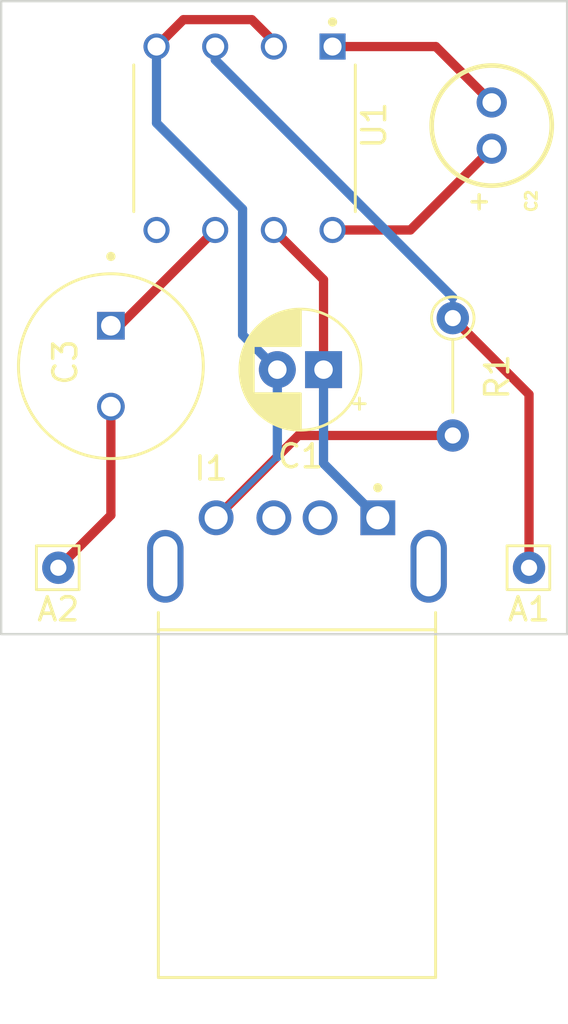
<source format=kicad_pcb>
(kicad_pcb (version 20221018) (generator pcbnew)
  (layers (0 "F.Cu" signal) (31 "B.Cu" signal) (34 "B.Paste" user) (35 "F.Paste" user) (36 "B.SilkS" user "B.Silkscreen") (37 "F.SilkS" user "F.Silkscreen") (38 "B.Mask" user) (39 "F.Mask" user) (44 "Edge.Cuts" user))
  (net 0 "")
  (net 1 "Net-(A1-Pin_1)")
  (net 2 "Net-(A2-Pin_1)")
  (net 3 "Net-(I1-VCC)")
  (net 4 "Net-(I1-GND)")
  (net 5 "Net-(C2-Pad1)")
  (net 6 "Net-(C2-Pad2)")
  (net 7 "Net-(C3-PadP)")
  (footprint "Connector_Pin:Pin_D0.7mm_L6.5mm_W1.8mm_FlatFork" (layer "F.Cu") (at 139.475 128.45)
    (fp_text reference "A2" (at 0 1.8) (layer "F.SilkS"))
    (fp_text value "Conn_01x01_Pin" hide)
    (fp_line (start -0.95 -0.95) (end -0.95 0.95) (stroke (width 0.12)) (layer "F.SilkS"))
    (fp_line (start -0.95 0.95) (end 0.9 0.95) (stroke (width 0.12)) (layer "F.SilkS"))
    (fp_line (start 0.9 -0.95) (end -0.95 -0.95) (stroke (width 0.12)) (layer "F.SilkS"))
    (fp_line (start 0.9 -0.9) (end 0.9 -0.95) (stroke (width 0.12)) (layer "F.SilkS"))
    (fp_line (start 0.9 0.95) (end 0.9 -0.9) (stroke (width 0.12)) (layer "F.SilkS"))
    (pad "1" thru_hole circle (at 0 0) (size 1.4 1.4) (drill 0.7) (layers "*.Cu" "*.Mask") (net 2 "Net-(A2-Pin_1)"))
  )
  (footprint "Connector_Pin:Pin_D0.7mm_L6.5mm_W1.8mm_FlatFork" (layer "F.Cu") (at 159.85 128.45)
    (fp_text reference "A1" (at 0 1.8) (layer "F.SilkS"))
    (fp_text value "Conn_01x01_Pin" hide)
    (fp_line (start -0.95 -0.95) (end -0.95 0.95) (stroke (width 0.12)) (layer "F.SilkS"))
    (fp_line (start -0.95 0.95) (end 0.9 0.95) (stroke (width 0.12)) (layer "F.SilkS"))
    (fp_line (start 0.9 -0.95) (end -0.95 -0.95) (stroke (width 0.12)) (layer "F.SilkS"))
    (fp_line (start 0.9 -0.9) (end 0.9 -0.95) (stroke (width 0.12)) (layer "F.SilkS"))
    (fp_line (start 0.9 0.95) (end 0.9 -0.9) (stroke (width 0.12)) (layer "F.SilkS"))
    (pad "1" thru_hole circle (at 0 0) (size 1.4 1.4) (drill 0.7) (layers "*.Cu" "*.Mask") (net 1 "Net-(A1-Pin_1)"))
  )
  (footprint "Capacitor_THT:CP_Radial_D5.0mm_P2.00mm" (layer "F.Cu") (at 150.955113 119.875 180)
    (fp_text reference "C1" (at 1 -3.75) (layer "F.SilkS"))
    (fp_text value "2200uF")
    (fp_line (start -1.804775 -1.475) (end -1.304775 -1.475) (stroke (width 0.12)) (layer "F.SilkS"))
    (fp_line (start -1.554775 -1.725) (end -1.554775 -1.225) (stroke (width 0.12)) (layer "F.SilkS"))
    (fp_line (start 1 -2.58) (end 1 -1.04) (stroke (width 0.12)) (layer "F.SilkS"))
    (fp_line (start 1 1.04) (end 1 2.58) (stroke (width 0.12)) (layer "F.SilkS"))
    (fp_line (start 1.04 -2.58) (end 1.04 -1.04) (stroke (width 0.12)) (layer "F.SilkS"))
    (fp_line (start 1.04 1.04) (end 1.04 2.58) (stroke (width 0.12)) (layer "F.SilkS"))
    (fp_line (start 1.08 -2.579) (end 1.08 -1.04) (stroke (width 0.12)) (layer "F.SilkS"))
    (fp_line (start 1.08 1.04) (end 1.08 2.579) (stroke (width 0.12)) (layer "F.SilkS"))
    (fp_line (start 1.12 -2.578) (end 1.12 -1.04) (stroke (width 0.12)) (layer "F.SilkS"))
    (fp_line (start 1.12 1.04) (end 1.12 2.578) (stroke (width 0.12)) (layer "F.SilkS"))
    (fp_line (start 1.16 -2.576) (end 1.16 -1.04) (stroke (width 0.12)) (layer "F.SilkS"))
    (fp_line (start 1.16 1.04) (end 1.16 2.576) (stroke (width 0.12)) (layer "F.SilkS"))
    (fp_line (start 1.2 -2.573) (end 1.2 -1.04) (stroke (width 0.12)) (layer "F.SilkS"))
    (fp_line (start 1.2 1.04) (end 1.2 2.573) (stroke (width 0.12)) (layer "F.SilkS"))
    (fp_line (start 1.24 -2.569) (end 1.24 -1.04) (stroke (width 0.12)) (layer "F.SilkS"))
    (fp_line (start 1.24 1.04) (end 1.24 2.569) (stroke (width 0.12)) (layer "F.SilkS"))
    (fp_line (start 1.28 -2.565) (end 1.28 -1.04) (stroke (width 0.12)) (layer "F.SilkS"))
    (fp_line (start 1.28 1.04) (end 1.28 2.565) (stroke (width 0.12)) (layer "F.SilkS"))
    (fp_line (start 1.32 -2.561) (end 1.32 -1.04) (stroke (width 0.12)) (layer "F.SilkS"))
    (fp_line (start 1.32 1.04) (end 1.32 2.561) (stroke (width 0.12)) (layer "F.SilkS"))
    (fp_line (start 1.36 -2.556) (end 1.36 -1.04) (stroke (width 0.12)) (layer "F.SilkS"))
    (fp_line (start 1.36 1.04) (end 1.36 2.556) (stroke (width 0.12)) (layer "F.SilkS"))
    (fp_line (start 1.4 -2.55) (end 1.4 -1.04) (stroke (width 0.12)) (layer "F.SilkS"))
    (fp_line (start 1.4 1.04) (end 1.4 2.55) (stroke (width 0.12)) (layer "F.SilkS"))
    (fp_line (start 1.44 -2.543) (end 1.44 -1.04) (stroke (width 0.12)) (layer "F.SilkS"))
    (fp_line (start 1.44 1.04) (end 1.44 2.543) (stroke (width 0.12)) (layer "F.SilkS"))
    (fp_line (start 1.48 -2.536) (end 1.48 -1.04) (stroke (width 0.12)) (layer "F.SilkS"))
    (fp_line (start 1.48 1.04) (end 1.48 2.536) (stroke (width 0.12)) (layer "F.SilkS"))
    (fp_line (start 1.52 -2.528) (end 1.52 -1.04) (stroke (width 0.12)) (layer "F.SilkS"))
    (fp_line (start 1.52 1.04) (end 1.52 2.528) (stroke (width 0.12)) (layer "F.SilkS"))
    (fp_line (start 1.56 -2.52) (end 1.56 -1.04) (stroke (width 0.12)) (layer "F.SilkS"))
    (fp_line (start 1.56 1.04) (end 1.56 2.52) (stroke (width 0.12)) (layer "F.SilkS"))
    (fp_line (start 1.6 -2.511) (end 1.6 -1.04) (stroke (width 0.12)) (layer "F.SilkS"))
    (fp_line (start 1.6 1.04) (end 1.6 2.511) (stroke (width 0.12)) (layer "F.SilkS"))
    (fp_line (start 1.64 -2.501) (end 1.64 -1.04) (stroke (width 0.12)) (layer "F.SilkS"))
    (fp_line (start 1.64 1.04) (end 1.64 2.501) (stroke (width 0.12)) (layer "F.SilkS"))
    (fp_line (start 1.68 -2.491) (end 1.68 -1.04) (stroke (width 0.12)) (layer "F.SilkS"))
    (fp_line (start 1.68 1.04) (end 1.68 2.491) (stroke (width 0.12)) (layer "F.SilkS"))
    (fp_line (start 1.721 -2.48) (end 1.721 -1.04) (stroke (width 0.12)) (layer "F.SilkS"))
    (fp_line (start 1.721 1.04) (end 1.721 2.48) (stroke (width 0.12)) (layer "F.SilkS"))
    (fp_line (start 1.761 -2.468) (end 1.761 -1.04) (stroke (width 0.12)) (layer "F.SilkS"))
    (fp_line (start 1.761 1.04) (end 1.761 2.468) (stroke (width 0.12)) (layer "F.SilkS"))
    (fp_line (start 1.801 -2.455) (end 1.801 -1.04) (stroke (width 0.12)) (layer "F.SilkS"))
    (fp_line (start 1.801 1.04) (end 1.801 2.455) (stroke (width 0.12)) (layer "F.SilkS"))
    (fp_line (start 1.841 -2.442) (end 1.841 -1.04) (stroke (width 0.12)) (layer "F.SilkS"))
    (fp_line (start 1.841 1.04) (end 1.841 2.442) (stroke (width 0.12)) (layer "F.SilkS"))
    (fp_line (start 1.881 -2.428) (end 1.881 -1.04) (stroke (width 0.12)) (layer "F.SilkS"))
    (fp_line (start 1.881 1.04) (end 1.881 2.428) (stroke (width 0.12)) (layer "F.SilkS"))
    (fp_line (start 1.921 -2.414) (end 1.921 -1.04) (stroke (width 0.12)) (layer "F.SilkS"))
    (fp_line (start 1.921 1.04) (end 1.921 2.414) (stroke (width 0.12)) (layer "F.SilkS"))
    (fp_line (start 1.961 -2.398) (end 1.961 -1.04) (stroke (width 0.12)) (layer "F.SilkS"))
    (fp_line (start 1.961 1.04) (end 1.961 2.398) (stroke (width 0.12)) (layer "F.SilkS"))
    (fp_line (start 2.001 -2.382) (end 2.001 -1.04) (stroke (width 0.12)) (layer "F.SilkS"))
    (fp_line (start 2.001 1.04) (end 2.001 2.382) (stroke (width 0.12)) (layer "F.SilkS"))
    (fp_line (start 2.041 -2.365) (end 2.041 -1.04) (stroke (width 0.12)) (layer "F.SilkS"))
    (fp_line (start 2.041 1.04) (end 2.041 2.365) (stroke (width 0.12)) (layer "F.SilkS"))
    (fp_line (start 2.081 -2.348) (end 2.081 -1.04) (stroke (width 0.12)) (layer "F.SilkS"))
    (fp_line (start 2.081 1.04) (end 2.081 2.348) (stroke (width 0.12)) (layer "F.SilkS"))
    (fp_line (start 2.121 -2.329) (end 2.121 -1.04) (stroke (width 0.12)) (layer "F.SilkS"))
    (fp_line (start 2.121 1.04) (end 2.121 2.329) (stroke (width 0.12)) (layer "F.SilkS"))
    (fp_line (start 2.161 -2.31) (end 2.161 -1.04) (stroke (width 0.12)) (layer "F.SilkS"))
    (fp_line (start 2.161 1.04) (end 2.161 2.31) (stroke (width 0.12)) (layer "F.SilkS"))
    (fp_line (start 2.201 -2.29) (end 2.201 -1.04) (stroke (width 0.12)) (layer "F.SilkS"))
    (fp_line (start 2.201 1.04) (end 2.201 2.29) (stroke (width 0.12)) (layer "F.SilkS"))
    (fp_line (start 2.241 -2.268) (end 2.241 -1.04) (stroke (width 0.12)) (layer "F.SilkS"))
    (fp_line (start 2.241 1.04) (end 2.241 2.268) (stroke (width 0.12)) (layer "F.SilkS"))
    (fp_line (start 2.281 -2.247) (end 2.281 -1.04) (stroke (width 0.12)) (layer "F.SilkS"))
    (fp_line (start 2.281 1.04) (end 2.281 2.247) (stroke (width 0.12)) (layer "F.SilkS"))
    (fp_line (start 2.321 -2.224) (end 2.321 -1.04) (stroke (width 0.12)) (layer "F.SilkS"))
    (fp_line (start 2.321 1.04) (end 2.321 2.224) (stroke (width 0.12)) (layer "F.SilkS"))
    (fp_line (start 2.361 -2.2) (end 2.361 -1.04) (stroke (width 0.12)) (layer "F.SilkS"))
    (fp_line (start 2.361 1.04) (end 2.361 2.2) (stroke (width 0.12)) (layer "F.SilkS"))
    (fp_line (start 2.401 -2.175) (end 2.401 -1.04) (stroke (width 0.12)) (layer "F.SilkS"))
    (fp_line (start 2.401 1.04) (end 2.401 2.175) (stroke (width 0.12)) (layer "F.SilkS"))
    (fp_line (start 2.441 -2.149) (end 2.441 -1.04) (stroke (width 0.12)) (layer "F.SilkS"))
    (fp_line (start 2.441 1.04) (end 2.441 2.149) (stroke (width 0.12)) (layer "F.SilkS"))
    (fp_line (start 2.481 -2.122) (end 2.481 -1.04) (stroke (width 0.12)) (layer "F.SilkS"))
    (fp_line (start 2.481 1.04) (end 2.481 2.122) (stroke (width 0.12)) (layer "F.SilkS"))
    (fp_line (start 2.521 -2.095) (end 2.521 -1.04) (stroke (width 0.12)) (layer "F.SilkS"))
    (fp_line (start 2.521 1.04) (end 2.521 2.095) (stroke (width 0.12)) (layer "F.SilkS"))
    (fp_line (start 2.561 -2.065) (end 2.561 -1.04) (stroke (width 0.12)) (layer "F.SilkS"))
    (fp_line (start 2.561 1.04) (end 2.561 2.065) (stroke (width 0.12)) (layer "F.SilkS"))
    (fp_line (start 2.601 -2.035) (end 2.601 -1.04) (stroke (width 0.12)) (layer "F.SilkS"))
    (fp_line (start 2.601 1.04) (end 2.601 2.035) (stroke (width 0.12)) (layer "F.SilkS"))
    (fp_line (start 2.641 -2.004) (end 2.641 -1.04) (stroke (width 0.12)) (layer "F.SilkS"))
    (fp_line (start 2.641 1.04) (end 2.641 2.004) (stroke (width 0.12)) (layer "F.SilkS"))
    (fp_line (start 2.681 -1.971) (end 2.681 -1.04) (stroke (width 0.12)) (layer "F.SilkS"))
    (fp_line (start 2.681 1.04) (end 2.681 1.971) (stroke (width 0.12)) (layer "F.SilkS"))
    (fp_line (start 2.721 -1.937) (end 2.721 -1.04) (stroke (width 0.12)) (layer "F.SilkS"))
    (fp_line (start 2.721 1.04) (end 2.721 1.937) (stroke (width 0.12)) (layer "F.SilkS"))
    (fp_line (start 2.761 -1.901) (end 2.761 -1.04) (stroke (width 0.12)) (layer "F.SilkS"))
    (fp_line (start 2.761 1.04) (end 2.761 1.901) (stroke (width 0.12)) (layer "F.SilkS"))
    (fp_line (start 2.801 -1.864) (end 2.801 -1.04) (stroke (width 0.12)) (layer "F.SilkS"))
    (fp_line (start 2.801 1.04) (end 2.801 1.864) (stroke (width 0.12)) (layer "F.SilkS"))
    (fp_line (start 2.841 -1.826) (end 2.841 -1.04) (stroke (width 0.12)) (layer "F.SilkS"))
    (fp_line (start 2.841 1.04) (end 2.841 1.826) (stroke (width 0.12)) (layer "F.SilkS"))
    (fp_line (start 2.881 -1.785) (end 2.881 -1.04) (stroke (width 0.12)) (layer "F.SilkS"))
    (fp_line (start 2.881 1.04) (end 2.881 1.785) (stroke (width 0.12)) (layer "F.SilkS"))
    (fp_line (start 2.921 -1.743) (end 2.921 -1.04) (stroke (width 0.12)) (layer "F.SilkS"))
    (fp_line (start 2.921 1.04) (end 2.921 1.743) (stroke (width 0.12)) (layer "F.SilkS"))
    (fp_line (start 2.961 -1.699) (end 2.961 -1.04) (stroke (width 0.12)) (layer "F.SilkS"))
    (fp_line (start 2.961 1.04) (end 2.961 1.699) (stroke (width 0.12)) (layer "F.SilkS"))
    (fp_line (start 3.001 -1.653) (end 3.001 -1.04) (stroke (width 0.12)) (layer "F.SilkS"))
    (fp_line (start 3.001 1.04) (end 3.001 1.653) (stroke (width 0.12)) (layer "F.SilkS"))
    (fp_line (start 3.041 -1.605) (end 3.041 1.605) (stroke (width 0.12)) (layer "F.SilkS"))
    (fp_line (start 3.081 -1.554) (end 3.081 1.554) (stroke (width 0.12)) (layer "F.SilkS"))
    (fp_line (start 3.121 -1.5) (end 3.121 1.5) (stroke (width 0.12)) (layer "F.SilkS"))
    (fp_line (start 3.161 -1.443) (end 3.161 1.443) (stroke (width 0.12)) (layer "F.SilkS"))
    (fp_line (start 3.201 -1.383) (end 3.201 1.383) (stroke (width 0.12)) (layer "F.SilkS"))
    (fp_line (start 3.241 -1.319) (end 3.241 1.319) (stroke (width 0.12)) (layer "F.SilkS"))
    (fp_line (start 3.281 -1.251) (end 3.281 1.251) (stroke (width 0.12)) (layer "F.SilkS"))
    (fp_line (start 3.321 -1.178) (end 3.321 1.178) (stroke (width 0.12)) (layer "F.SilkS"))
    (fp_line (start 3.361 -1.098) (end 3.361 1.098) (stroke (width 0.12)) (layer "F.SilkS"))
    (fp_line (start 3.401 -1.011) (end 3.401 1.011) (stroke (width 0.12)) (layer "F.SilkS"))
    (fp_line (start 3.441 -0.915) (end 3.441 0.915) (stroke (width 0.12)) (layer "F.SilkS"))
    (fp_line (start 3.481 -0.805) (end 3.481 0.805) (stroke (width 0.12)) (layer "F.SilkS"))
    (fp_line (start 3.521 -0.677) (end 3.521 0.677) (stroke (width 0.12)) (layer "F.SilkS"))
    (fp_line (start 3.561 -0.518) (end 3.561 0.518) (stroke (width 0.12)) (layer "F.SilkS"))
    (fp_line (start 3.601 -0.284) (end 3.601 0.284) (stroke (width 0.12)) (layer "F.SilkS"))
    (fp_circle (center 1 0) (end 3.62 0) (stroke (width 0.12)) (fill none) (layer "F.SilkS"))
    (pad "1" thru_hole rect (at 0 0 180) (size 1.6 1.6) (drill 0.8) (layers "*.Cu" "*.Mask") (net 3 "Net-(I1-VCC)"))
    (pad "2" thru_hole circle (at 2 0 180) (size 1.6 1.6) (drill 0.8) (layers "*.Cu" "*.Mask") (net 4 "Net-(I1-GND)"))
  )
  (footprint "C3_1000uF:CAPPRD350W60D800H1150" (layer "F.Cu") (at 141.75 119.725 -90)
    (fp_text reference "C3" (at -0.175 1.975 90) (layer "F.SilkS"))
    (fp_text value "1000uF")
    (fp_circle (center -4.75 0) (end -4.65 0) (stroke (width 0.2)) (fill none) (layer "F.SilkS"))
    (fp_circle (center 0 0) (end 4 0) (stroke (width 0.127)) (fill none) (layer "F.SilkS"))
    (pad "N" thru_hole circle (at 1.75 0 270) (size 1.2 1.2) (drill 0.85) (layers "*.Cu" "*.Mask") (net 2 "Net-(A2-Pin_1)"))
    (pad "P" thru_hole rect (at -1.75 0 270) (size 1.2 1.2) (drill 0.85) (layers "*.Cu" "*.Mask") (net 7 "Net-(C3-PadP)"))
  )
  (footprint "USBA:MOLEX_48037-0001" (layer "F.Cu") (at 149.80575 128.3875)
    (fp_text reference "I1" (at -3.725 -4.235) (layer "F.SilkS"))
    (fp_text value "USB-A-Plug")
    (fp_line (start -6 2) (end -6 2.75) (stroke (width 0.127)) (layer "F.SilkS"))
    (fp_line (start -6 2.75) (end -6 17.8) (stroke (width 0.127)) (layer "F.SilkS"))
    (fp_line (start -6 2.75) (end 6 2.75) (stroke (width 0.127)) (layer "F.SilkS"))
    (fp_line (start -6 17.8) (end 6 17.8) (stroke (width 0.127)) (layer "F.SilkS"))
    (fp_line (start 6 2.75) (end 6 2) (stroke (width 0.127)) (layer "F.SilkS"))
    (fp_line (start 6 17.8) (end 6 2.75) (stroke (width 0.127)) (layer "F.SilkS"))
    (fp_circle (center 3.5 -3.4) (end 3.6 -3.4) (stroke (width 0.2)) (fill none) (layer "F.SilkS"))
    (pad "" np_thru_hole circle (at -2.25 0) (size 1.25 1.25) (drill 1.25) (layers "*.Cu" "*.Mask"))
    (pad "" np_thru_hole circle (at 2.25 0) (size 1.25 1.25) (drill 1.25) (layers "*.Cu" "*.Mask"))
    (pad "1" thru_hole rect (at 3.5 -2.1) (size 1.508 1.508) (drill 1) (layers "*.Cu" "*.Mask") (net 3 "Net-(I1-VCC)"))
    (pad "2" thru_hole circle (at 1 -2.1) (size 1.508 1.508) (drill 1) (layers "*.Cu" "*.Mask"))
    (pad "3" thru_hole circle (at -1 -2.1) (size 1.508 1.508) (drill 1) (layers "*.Cu" "*.Mask"))
    (pad "4" thru_hole circle (at -3.5 -2.1) (size 1.508 1.508) (drill 1) (layers "*.Cu" "*.Mask") (net 4 "Net-(I1-GND)"))
    (pad "S1" thru_hole oval (at 5.7 0) (size 1.575 3.15) (drill oval 1.05 2.6) (layers "*.Cu" "*.Mask"))
    (pad "S2" thru_hole oval (at -5.7 0) (size 1.575 3.15) (drill oval 1.05 2.6) (layers "*.Cu" "*.Mask"))
  )
  (footprint "Resistor_THT:R_Axial_DIN0204_L3.6mm_D1.6mm_P5.08mm_Vertical" (layer "F.Cu") (at 156.55 117.645 -90)
    (fp_text reference "R1" (at 2.54 -1.92 90) (layer "F.SilkS"))
    (fp_text value "4.7k")
    (fp_line (start 0.92 0) (end 4.08 0) (stroke (width 0.12)) (layer "F.SilkS"))
    (fp_circle (center 0 0) (end 0.92 0) (stroke (width 0.12)) (fill none) (layer "F.SilkS"))
    (pad "1" thru_hole circle (at 0 0 270) (size 1.4 1.4) (drill 0.7) (layers "*.Cu" "*.Mask") (net 1 "Net-(A1-Pin_1)"))
    (pad "2" thru_hole oval (at 5.08 0 270) (size 1.4 1.4) (drill 0.7) (layers "*.Cu" "*.Mask") (net 4 "Net-(I1-GND)"))
  )
  (footprint "LM741:DIP794W45P254L959H508Q8" (layer "F.Cu") (at 147.535 109.86 -90)
    (fp_text reference "U1" (at -0.565 -5.607 90) (layer "F.SilkS"))
    (fp_text value "LM741")
    (fp_line (start -3.175 -4.795) (end 3.175 -4.795) (stroke (width 0.127)) (layer "F.SilkS"))
    (fp_line (start -3.175 4.795) (end 3.175 4.795) (stroke (width 0.127)) (layer "F.SilkS"))
    (fp_circle (center -5.035 -3.81) (end -4.935 -3.81) (stroke (width 0.2)) (fill none) (layer "F.SilkS"))
    (pad "1" thru_hole rect (at -3.97 -3.81 270) (size 1.13 1.13) (drill 0.78) (layers "*.Cu" "*.Mask") (net 6 "Net-(C2-Pad2)"))
    (pad "2" thru_hole circle (at -3.97 -1.27 270) (size 1.13 1.13) (drill 0.78) (layers "*.Cu" "*.Mask") (net 4 "Net-(I1-GND)"))
    (pad "3" thru_hole circle (at -3.97 1.27 270) (size 1.13 1.13) (drill 0.78) (layers "*.Cu" "*.Mask") (net 1 "Net-(A1-Pin_1)"))
    (pad "4" thru_hole circle (at -3.97 3.81 270) (size 1.13 1.13) (drill 0.78) (layers "*.Cu" "*.Mask") (net 4 "Net-(I1-GND)"))
    (pad "5" thru_hole circle (at 3.97 3.81 270) (size 1.13 1.13) (drill 0.78) (layers "*.Cu" "*.Mask"))
    (pad "6" thru_hole circle (at 3.97 1.27 270) (size 1.13 1.13) (drill 0.78) (layers "*.Cu" "*.Mask") (net 7 "Net-(C3-PadP)"))
    (pad "7" thru_hole circle (at 3.97 -1.27 270) (size 1.13 1.13) (drill 0.78) (layers "*.Cu" "*.Mask") (net 3 "Net-(I1-VCC)"))
    (pad "8" thru_hole circle (at 3.97 -3.81 270) (size 1.13 1.13) (drill 0.78) (layers "*.Cu" "*.Mask") (net 5 "Net-(C2-Pad1)"))
  )
  (footprint "C2_10uF:WCAP-ATG8_5X11_DXL_" (layer "F.Cu") (at 158.235 109.31 -90)
    (fp_text reference "C2" (at 3.265 -1.715 90) (layer "F.SilkS") (effects (font (size 0.48 0.48))))
    (fp_text value "10uF")
    (fp_text user "+" (at 3.3 0.6 90) (layer "F.SilkS") (effects (font (size 0.8 0.8))))
    (fp_circle (center 0 0) (end 2.6 0) (stroke (width 0.2)) (fill none) (layer "F.SilkS"))
    (pad "1" thru_hole circle (at 1 0 270) (size 1.308 1.308) (drill 0.8) (layers "*.Cu" "*.Mask") (net 5 "Net-(C2-Pad1)"))
    (pad "2" thru_hole circle (at -1 0 270) (size 1.308 1.308) (drill 0.8) (layers "*.Cu" "*.Mask") (net 6 "Net-(C2-Pad2)"))
  )
  (gr_rect (start 137 103.925) (end 161.5 131.325) (stroke (width 0.1)) (fill none) (layer "Edge.Cuts"))
  (segment (start 156.55 117.645) (end 159.85 120.945) (width 0.4) (layer "F.Cu") (net 1))
  (segment (start 159.85 120.945) (end 159.85 128.45) (width 0.4) (layer "F.Cu") (net 1))
  (segment (start 146.265 106.465) (end 156.55 116.75) (width 0.4) (layer "B.Cu") (net 1))
  (segment (start 156.55 116.75) (end 156.55 117.645) (width 0.25) (layer "B.Cu") (net 1))
  (segment (start 146.265 105.89) (end 146.265 106.465) (width 0.25) (layer "B.Cu") (net 1))
  (segment (start 141.75 121.475) (end 141.75 126.175) (width 0.4) (layer "F.Cu") (net 2))
  (segment (start 141.75 126.175) (end 139.475 128.45) (width 0.4) (layer "F.Cu") (net 2))
  (segment (start 151.045 119.785113) (end 150.955113 119.875) (width 0.25) (layer "F.Cu") (net 3))
  (segment (start 148.805 113.83) (end 150.955113 115.980113) (width 0.4) (layer "F.Cu") (net 3))
  (segment (start 150.955113 115.980113) (end 150.955113 119.875) (width 0.4) (layer "F.Cu") (net 3))
  (segment (start 150.955113 119.875) (end 150.955113 123.936863) (width 0.4) (layer "B.Cu") (net 3))
  (segment (start 150.955113 123.936863) (end 153.30575 126.2875) (width 0.4) (layer "B.Cu") (net 3))
  (segment (start 156.55 122.725) (end 149.86825 122.725) (width 0.4) (layer "F.Cu") (net 4))
  (segment (start 149.86825 122.725) (end 146.30575 126.2875) (width 0.4) (layer "F.Cu") (net 4))
  (segment (start 147.85 104.725) (end 144.89 104.725) (width 0.4) (layer "F.Cu") (net 4))
  (segment (start 148.805 105.89) (end 148.805 105.68) (width 0.25) (layer "F.Cu") (net 4))
  (segment (start 144.89 104.725) (end 143.725 105.89) (width 0.4) (layer "F.Cu") (net 4))
  (segment (start 148.805 105.68) (end 147.85 104.725) (width 0.4) (layer "F.Cu") (net 4))
  (segment (start 148.955113 119.875) (end 148.955113 123.638137) (width 0.4) (layer "B.Cu") (net 4))
  (segment (start 147.45 112.925) (end 147.45 118.369887) (width 0.4) (layer "B.Cu") (net 4))
  (segment (start 148.955113 123.638137) (end 146.30575 126.2875) (width 0.25) (layer "B.Cu") (net 4))
  (segment (start 147.45 118.369887) (end 148.955113 119.875) (width 0.4) (layer "B.Cu") (net 4))
  (segment (start 143.725 109.2) (end 147.45 112.925) (width 0.4) (layer "B.Cu") (net 4))
  (segment (start 143.725 105.89) (end 143.725 109.2) (width 0.4) (layer "B.Cu") (net 4))
  (segment (start 154.715 113.83) (end 158.235 110.31) (width 0.4) (layer "F.Cu") (net 5))
  (segment (start 151.345 113.83) (end 154.715 113.83) (width 0.4) (layer "F.Cu") (net 5))
  (segment (start 155.815 105.89) (end 158.235 108.31) (width 0.4) (layer "F.Cu") (net 6))
  (segment (start 151.345 105.89) (end 155.815 105.89) (width 0.4) (layer "F.Cu") (net 6))
  (segment (start 146.265 113.83) (end 146.265 114.06) (width 0.25) (layer "F.Cu") (net 7))
  (segment (start 142.12 117.975) (end 146.265 113.83) (width 0.4) (layer "F.Cu") (net 7))
  (segment (start 141.75 117.975) (end 142.12 117.975) (width 0.25) (layer "F.Cu") (net 7))
)
</source>
